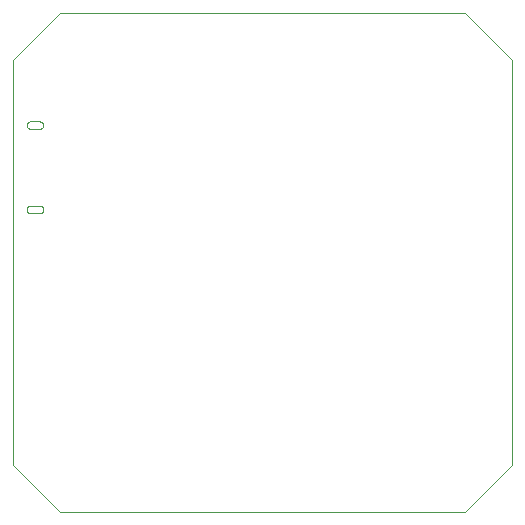
<source format=gm1>
%FSTAX23Y23*%
%MOIN*%
%SFA1B1*%

%IPPOS*%
%ADD59C,0.003940*%
%LNstepperpcb-1*%
%LPD*%
G54D59*
X00053Y01295D02*
D01*
X00052Y01295*
X00051Y01295*
X0005Y01295*
X00049Y01294*
X00048Y01294*
X00047Y01294*
X00047Y01293*
X00046Y01293*
X00045Y01292*
X00044Y01292*
X00044Y01291*
X00043Y01291*
X00043Y0129*
X00042Y01289*
X00042Y01288*
X00041Y01288*
X00041Y01287*
X0004Y01286*
X0004Y01285*
X0004Y01284*
X0004Y01283*
X0004Y01282*
Y01282*
X0004Y01281*
X0004Y0128*
X0004Y01279*
X0004Y01278*
X00041Y01277*
X00041Y01276*
X00042Y01276*
X00042Y01275*
X00043Y01274*
X00043Y01273*
X00044Y01273*
X00044Y01272*
X00045Y01272*
X00046Y01271*
X00047Y01271*
X00047Y0127*
X00048Y0127*
X00049Y0127*
X0005Y01269*
X00051Y01269*
X00052Y01269*
X00053Y01269*
X00082D02*
D01*
X00083Y01269*
X00084Y01269*
X00085Y01269*
X00086Y0127*
X00087Y0127*
X00087Y0127*
X00088Y01271*
X00089Y01271*
X0009Y01272*
X0009Y01272*
X00091Y01273*
X00092Y01273*
X00092Y01274*
X00093Y01275*
X00093Y01276*
X00094Y01276*
X00094Y01277*
X00094Y01278*
X00095Y01279*
X00095Y0128*
X00095Y01281*
X00095Y01282*
Y01282*
X00095Y01283*
X00095Y01284*
X00095Y01285*
X00094Y01286*
X00094Y01287*
X00094Y01288*
X00093Y01288*
X00093Y01289*
X00092Y0129*
X00092Y01291*
X00091Y01291*
X0009Y01292*
X0009Y01292*
X00089Y01293*
X00088Y01293*
X00087Y01294*
X00087Y01294*
X00086Y01294*
X00085Y01295*
X00084Y01295*
X00083Y01295*
X00082Y01295*
X00053Y01013D02*
D01*
X00052Y01013*
X00051Y01013*
X0005Y01013*
X00049Y01013*
X00048Y01013*
X00047Y01012*
X00047Y01012*
X00046Y01011*
X00045Y01011*
X00044Y0101*
X00044Y0101*
X00043Y01009*
X00043Y01008*
X00042Y01008*
X00042Y01007*
X00041Y01006*
X00041Y01005*
X0004Y01004*
X0004Y01004*
X0004Y01003*
X0004Y01002*
X0004Y01001*
Y01*
X0004Y00999*
X0004Y00998*
X0004Y00997*
X0004Y00997*
X00041Y00996*
X00041Y00995*
X00042Y00994*
X00042Y00993*
X00043Y00993*
X00043Y00992*
X00044Y00991*
X00044Y00991*
X00045Y0099*
X00046Y0099*
X00047Y00989*
X00047Y00989*
X00048Y00988*
X00049Y00988*
X0005Y00988*
X00051Y00988*
X00052Y00988*
X00053Y00988*
X00082D02*
D01*
X00083Y00988*
X00084Y00988*
X00085Y00988*
X00086Y00988*
X00087Y00988*
X00087Y00989*
X00088Y00989*
X00089Y0099*
X0009Y0099*
X0009Y00991*
X00091Y00991*
X00092Y00992*
X00092Y00993*
X00093Y00993*
X00093Y00994*
X00094Y00995*
X00094Y00996*
X00094Y00997*
X00095Y00997*
X00095Y00998*
X00095Y00999*
X00095Y01*
Y01001*
X00095Y01002*
X00095Y01003*
X00095Y01004*
X00094Y01004*
X00094Y01005*
X00094Y01006*
X00093Y01007*
X00093Y01008*
X00092Y01008*
X00092Y01009*
X00091Y0101*
X0009Y0101*
X0009Y01011*
X00089Y01011*
X00088Y01012*
X00087Y01012*
X00087Y01013*
X00086Y01013*
X00085Y01013*
X00084Y01013*
X00083Y01013*
X00082Y01013*
X00053Y01295D02*
X00082D01*
X00053Y01269D02*
X00082D01*
X00053Y01013D02*
X00082D01*
X00053Y00988D02*
X00082D01*
X-00005Y015D02*
X00151Y01657D01*
X-00005Y00149D02*
Y015D01*
Y00149D02*
X00151Y-00007D01*
X01501*
X01659Y00149*
Y015*
X01501Y01657D02*
X01659Y015D01*
X00151Y01657D02*
X01501D01*
M02*
</source>
